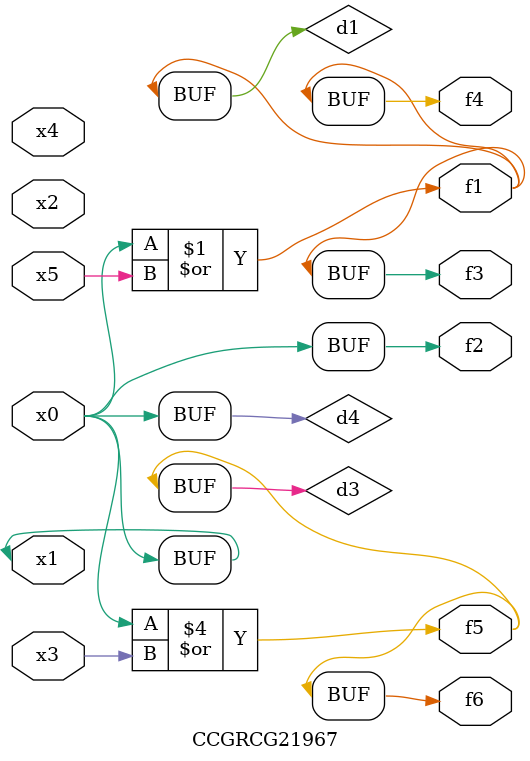
<source format=v>
module CCGRCG21967(
	input x0, x1, x2, x3, x4, x5,
	output f1, f2, f3, f4, f5, f6
);

	wire d1, d2, d3, d4;

	or (d1, x0, x5);
	xnor (d2, x1, x4);
	or (d3, x0, x3);
	buf (d4, x0, x1);
	assign f1 = d1;
	assign f2 = d4;
	assign f3 = d1;
	assign f4 = d1;
	assign f5 = d3;
	assign f6 = d3;
endmodule

</source>
